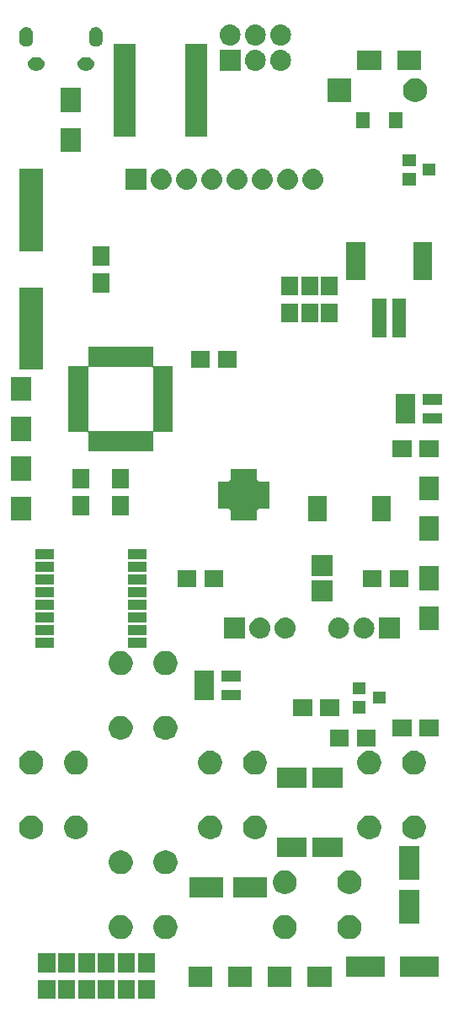
<source format=gbr>
G04 #@! TF.GenerationSoftware,KiCad,Pcbnew,5.0.1*
G04 #@! TF.CreationDate,2018-10-22T16:16:30+01:00*
G04 #@! TF.ProjectId,quiz-sch,7175697A2D7363682E6B696361645F70,rev?*
G04 #@! TF.SameCoordinates,Original*
G04 #@! TF.FileFunction,Soldermask,Bot*
G04 #@! TF.FilePolarity,Negative*
%FSLAX46Y46*%
G04 Gerber Fmt 4.6, Leading zero omitted, Abs format (unit mm)*
G04 Created by KiCad (PCBNEW 5.0.1) date Mon 22 Oct 2018 16:16:30 BST*
%MOMM*%
%LPD*%
G01*
G04 APERTURE LIST*
%ADD10C,0.100000*%
G04 APERTURE END LIST*
D10*
G36*
X61414157Y-149240652D02*
X59714157Y-149240652D01*
X59714157Y-147340652D01*
X61414157Y-147340652D01*
X61414157Y-149240652D01*
X61414157Y-149240652D01*
G37*
G36*
X63414157Y-149240652D02*
X61714157Y-149240652D01*
X61714157Y-147340652D01*
X63414157Y-147340652D01*
X63414157Y-149240652D01*
X63414157Y-149240652D01*
G37*
G36*
X65414157Y-149240652D02*
X63714157Y-149240652D01*
X63714157Y-147340652D01*
X65414157Y-147340652D01*
X65414157Y-149240652D01*
X65414157Y-149240652D01*
G37*
G36*
X55414157Y-149240652D02*
X53714157Y-149240652D01*
X53714157Y-147340652D01*
X55414157Y-147340652D01*
X55414157Y-149240652D01*
X55414157Y-149240652D01*
G37*
G36*
X59414157Y-149240652D02*
X57714157Y-149240652D01*
X57714157Y-147340652D01*
X59414157Y-147340652D01*
X59414157Y-149240652D01*
X59414157Y-149240652D01*
G37*
G36*
X57414157Y-149240652D02*
X55714157Y-149240652D01*
X55714157Y-147340652D01*
X57414157Y-147340652D01*
X57414157Y-149240652D01*
X57414157Y-149240652D01*
G37*
G36*
X79200000Y-148000000D02*
X76800000Y-148000000D01*
X76800000Y-146000000D01*
X79200000Y-146000000D01*
X79200000Y-148000000D01*
X79200000Y-148000000D01*
G37*
G36*
X71200000Y-148000000D02*
X68800000Y-148000000D01*
X68800000Y-146000000D01*
X71200000Y-146000000D01*
X71200000Y-148000000D01*
X71200000Y-148000000D01*
G37*
G36*
X75200000Y-148000000D02*
X72800000Y-148000000D01*
X72800000Y-146000000D01*
X75200000Y-146000000D01*
X75200000Y-148000000D01*
X75200000Y-148000000D01*
G37*
G36*
X83200000Y-148000000D02*
X80800000Y-148000000D01*
X80800000Y-146000000D01*
X83200000Y-146000000D01*
X83200000Y-148000000D01*
X83200000Y-148000000D01*
G37*
G36*
X88550000Y-147000000D02*
X84650000Y-147000000D01*
X84650000Y-145000000D01*
X88550000Y-145000000D01*
X88550000Y-147000000D01*
X88550000Y-147000000D01*
G37*
G36*
X93950000Y-147000000D02*
X90050000Y-147000000D01*
X90050000Y-145000000D01*
X93950000Y-145000000D01*
X93950000Y-147000000D01*
X93950000Y-147000000D01*
G37*
G36*
X59414157Y-146540652D02*
X57714157Y-146540652D01*
X57714157Y-144640652D01*
X59414157Y-144640652D01*
X59414157Y-146540652D01*
X59414157Y-146540652D01*
G37*
G36*
X61414157Y-146540652D02*
X59714157Y-146540652D01*
X59714157Y-144640652D01*
X61414157Y-144640652D01*
X61414157Y-146540652D01*
X61414157Y-146540652D01*
G37*
G36*
X63414157Y-146540652D02*
X61714157Y-146540652D01*
X61714157Y-144640652D01*
X63414157Y-144640652D01*
X63414157Y-146540652D01*
X63414157Y-146540652D01*
G37*
G36*
X65414157Y-146540652D02*
X63714157Y-146540652D01*
X63714157Y-144640652D01*
X65414157Y-144640652D01*
X65414157Y-146540652D01*
X65414157Y-146540652D01*
G37*
G36*
X57414157Y-146540652D02*
X55714157Y-146540652D01*
X55714157Y-144640652D01*
X57414157Y-144640652D01*
X57414157Y-146540652D01*
X57414157Y-146540652D01*
G37*
G36*
X55414157Y-146540652D02*
X53714157Y-146540652D01*
X53714157Y-144640652D01*
X55414157Y-144640652D01*
X55414157Y-146540652D01*
X55414157Y-146540652D01*
G37*
G36*
X78850026Y-140846115D02*
X79068412Y-140936573D01*
X79264958Y-141067901D01*
X79432099Y-141235042D01*
X79563427Y-141431588D01*
X79653885Y-141649974D01*
X79700000Y-141881809D01*
X79700000Y-142118191D01*
X79653885Y-142350026D01*
X79563427Y-142568412D01*
X79432099Y-142764958D01*
X79264958Y-142932099D01*
X79068412Y-143063427D01*
X78850026Y-143153885D01*
X78618191Y-143200000D01*
X78381809Y-143200000D01*
X78149974Y-143153885D01*
X77931588Y-143063427D01*
X77735042Y-142932099D01*
X77567901Y-142764958D01*
X77436573Y-142568412D01*
X77346115Y-142350026D01*
X77300000Y-142118191D01*
X77300000Y-141881809D01*
X77346115Y-141649974D01*
X77436573Y-141431588D01*
X77567901Y-141235042D01*
X77735042Y-141067901D01*
X77931588Y-140936573D01*
X78149974Y-140846115D01*
X78381809Y-140800000D01*
X78618191Y-140800000D01*
X78850026Y-140846115D01*
X78850026Y-140846115D01*
G37*
G36*
X85350026Y-140846115D02*
X85568412Y-140936573D01*
X85764958Y-141067901D01*
X85932099Y-141235042D01*
X86063427Y-141431588D01*
X86153885Y-141649974D01*
X86200000Y-141881809D01*
X86200000Y-142118191D01*
X86153885Y-142350026D01*
X86063427Y-142568412D01*
X85932099Y-142764958D01*
X85764958Y-142932099D01*
X85568412Y-143063427D01*
X85350026Y-143153885D01*
X85118191Y-143200000D01*
X84881809Y-143200000D01*
X84649974Y-143153885D01*
X84431588Y-143063427D01*
X84235042Y-142932099D01*
X84067901Y-142764958D01*
X83936573Y-142568412D01*
X83846115Y-142350026D01*
X83800000Y-142118191D01*
X83800000Y-141881809D01*
X83846115Y-141649974D01*
X83936573Y-141431588D01*
X84067901Y-141235042D01*
X84235042Y-141067901D01*
X84431588Y-140936573D01*
X84649974Y-140846115D01*
X84881809Y-140800000D01*
X85118191Y-140800000D01*
X85350026Y-140846115D01*
X85350026Y-140846115D01*
G37*
G36*
X62350026Y-140846115D02*
X62568412Y-140936573D01*
X62764958Y-141067901D01*
X62932099Y-141235042D01*
X63063427Y-141431588D01*
X63153885Y-141649974D01*
X63200000Y-141881809D01*
X63200000Y-142118191D01*
X63153885Y-142350026D01*
X63063427Y-142568412D01*
X62932099Y-142764958D01*
X62764958Y-142932099D01*
X62568412Y-143063427D01*
X62350026Y-143153885D01*
X62118191Y-143200000D01*
X61881809Y-143200000D01*
X61649974Y-143153885D01*
X61431588Y-143063427D01*
X61235042Y-142932099D01*
X61067901Y-142764958D01*
X60936573Y-142568412D01*
X60846115Y-142350026D01*
X60800000Y-142118191D01*
X60800000Y-141881809D01*
X60846115Y-141649974D01*
X60936573Y-141431588D01*
X61067901Y-141235042D01*
X61235042Y-141067901D01*
X61431588Y-140936573D01*
X61649974Y-140846115D01*
X61881809Y-140800000D01*
X62118191Y-140800000D01*
X62350026Y-140846115D01*
X62350026Y-140846115D01*
G37*
G36*
X66850026Y-140846115D02*
X67068412Y-140936573D01*
X67264958Y-141067901D01*
X67432099Y-141235042D01*
X67563427Y-141431588D01*
X67653885Y-141649974D01*
X67700000Y-141881809D01*
X67700000Y-142118191D01*
X67653885Y-142350026D01*
X67563427Y-142568412D01*
X67432099Y-142764958D01*
X67264958Y-142932099D01*
X67068412Y-143063427D01*
X66850026Y-143153885D01*
X66618191Y-143200000D01*
X66381809Y-143200000D01*
X66149974Y-143153885D01*
X65931588Y-143063427D01*
X65735042Y-142932099D01*
X65567901Y-142764958D01*
X65436573Y-142568412D01*
X65346115Y-142350026D01*
X65300000Y-142118191D01*
X65300000Y-141881809D01*
X65346115Y-141649974D01*
X65436573Y-141431588D01*
X65567901Y-141235042D01*
X65735042Y-141067901D01*
X65931588Y-140936573D01*
X66149974Y-140846115D01*
X66381809Y-140800000D01*
X66618191Y-140800000D01*
X66850026Y-140846115D01*
X66850026Y-140846115D01*
G37*
G36*
X92000000Y-141700000D02*
X90000000Y-141700000D01*
X90000000Y-138300000D01*
X92000000Y-138300000D01*
X92000000Y-141700000D01*
X92000000Y-141700000D01*
G37*
G36*
X76700000Y-139000000D02*
X73300000Y-139000000D01*
X73300000Y-137000000D01*
X76700000Y-137000000D01*
X76700000Y-139000000D01*
X76700000Y-139000000D01*
G37*
G36*
X72300000Y-139000000D02*
X68900000Y-139000000D01*
X68900000Y-137000000D01*
X72300000Y-137000000D01*
X72300000Y-139000000D01*
X72300000Y-139000000D01*
G37*
G36*
X85350026Y-136346115D02*
X85568412Y-136436573D01*
X85764958Y-136567901D01*
X85932099Y-136735042D01*
X86063427Y-136931588D01*
X86153885Y-137149974D01*
X86200000Y-137381809D01*
X86200000Y-137618191D01*
X86153885Y-137850026D01*
X86063427Y-138068412D01*
X85932099Y-138264958D01*
X85764958Y-138432099D01*
X85568412Y-138563427D01*
X85350026Y-138653885D01*
X85118191Y-138700000D01*
X84881809Y-138700000D01*
X84649974Y-138653885D01*
X84431588Y-138563427D01*
X84235042Y-138432099D01*
X84067901Y-138264958D01*
X83936573Y-138068412D01*
X83846115Y-137850026D01*
X83800000Y-137618191D01*
X83800000Y-137381809D01*
X83846115Y-137149974D01*
X83936573Y-136931588D01*
X84067901Y-136735042D01*
X84235042Y-136567901D01*
X84431588Y-136436573D01*
X84649974Y-136346115D01*
X84881809Y-136300000D01*
X85118191Y-136300000D01*
X85350026Y-136346115D01*
X85350026Y-136346115D01*
G37*
G36*
X78850026Y-136346115D02*
X79068412Y-136436573D01*
X79264958Y-136567901D01*
X79432099Y-136735042D01*
X79563427Y-136931588D01*
X79653885Y-137149974D01*
X79700000Y-137381809D01*
X79700000Y-137618191D01*
X79653885Y-137850026D01*
X79563427Y-138068412D01*
X79432099Y-138264958D01*
X79264958Y-138432099D01*
X79068412Y-138563427D01*
X78850026Y-138653885D01*
X78618191Y-138700000D01*
X78381809Y-138700000D01*
X78149974Y-138653885D01*
X77931588Y-138563427D01*
X77735042Y-138432099D01*
X77567901Y-138264958D01*
X77436573Y-138068412D01*
X77346115Y-137850026D01*
X77300000Y-137618191D01*
X77300000Y-137381809D01*
X77346115Y-137149974D01*
X77436573Y-136931588D01*
X77567901Y-136735042D01*
X77735042Y-136567901D01*
X77931588Y-136436573D01*
X78149974Y-136346115D01*
X78381809Y-136300000D01*
X78618191Y-136300000D01*
X78850026Y-136346115D01*
X78850026Y-136346115D01*
G37*
G36*
X92000000Y-137300000D02*
X90000000Y-137300000D01*
X90000000Y-133900000D01*
X92000000Y-133900000D01*
X92000000Y-137300000D01*
X92000000Y-137300000D01*
G37*
G36*
X66850026Y-134346115D02*
X67068412Y-134436573D01*
X67264958Y-134567901D01*
X67432099Y-134735042D01*
X67563427Y-134931588D01*
X67653885Y-135149974D01*
X67700000Y-135381809D01*
X67700000Y-135618191D01*
X67653885Y-135850026D01*
X67563427Y-136068412D01*
X67432099Y-136264958D01*
X67264958Y-136432099D01*
X67068412Y-136563427D01*
X66850026Y-136653885D01*
X66618191Y-136700000D01*
X66381809Y-136700000D01*
X66149974Y-136653885D01*
X65931588Y-136563427D01*
X65735042Y-136432099D01*
X65567901Y-136264958D01*
X65436573Y-136068412D01*
X65346115Y-135850026D01*
X65300000Y-135618191D01*
X65300000Y-135381809D01*
X65346115Y-135149974D01*
X65436573Y-134931588D01*
X65567901Y-134735042D01*
X65735042Y-134567901D01*
X65931588Y-134436573D01*
X66149974Y-134346115D01*
X66381809Y-134300000D01*
X66618191Y-134300000D01*
X66850026Y-134346115D01*
X66850026Y-134346115D01*
G37*
G36*
X62350026Y-134346115D02*
X62568412Y-134436573D01*
X62764958Y-134567901D01*
X62932099Y-134735042D01*
X63063427Y-134931588D01*
X63153885Y-135149974D01*
X63200000Y-135381809D01*
X63200000Y-135618191D01*
X63153885Y-135850026D01*
X63063427Y-136068412D01*
X62932099Y-136264958D01*
X62764958Y-136432099D01*
X62568412Y-136563427D01*
X62350026Y-136653885D01*
X62118191Y-136700000D01*
X61881809Y-136700000D01*
X61649974Y-136653885D01*
X61431588Y-136563427D01*
X61235042Y-136432099D01*
X61067901Y-136264958D01*
X60936573Y-136068412D01*
X60846115Y-135850026D01*
X60800000Y-135618191D01*
X60800000Y-135381809D01*
X60846115Y-135149974D01*
X60936573Y-134931588D01*
X61067901Y-134735042D01*
X61235042Y-134567901D01*
X61431588Y-134436573D01*
X61649974Y-134346115D01*
X61881809Y-134300000D01*
X62118191Y-134300000D01*
X62350026Y-134346115D01*
X62350026Y-134346115D01*
G37*
G36*
X84300000Y-135000000D02*
X81300000Y-135000000D01*
X81300000Y-133000000D01*
X84300000Y-133000000D01*
X84300000Y-135000000D01*
X84300000Y-135000000D01*
G37*
G36*
X80700000Y-135000000D02*
X77700000Y-135000000D01*
X77700000Y-133000000D01*
X80700000Y-133000000D01*
X80700000Y-135000000D01*
X80700000Y-135000000D01*
G37*
G36*
X53350026Y-130846115D02*
X53568412Y-130936573D01*
X53764958Y-131067901D01*
X53932099Y-131235042D01*
X54063427Y-131431588D01*
X54153885Y-131649974D01*
X54200000Y-131881809D01*
X54200000Y-132118191D01*
X54153885Y-132350026D01*
X54063427Y-132568412D01*
X53932099Y-132764958D01*
X53764958Y-132932099D01*
X53568412Y-133063427D01*
X53350026Y-133153885D01*
X53118191Y-133200000D01*
X52881809Y-133200000D01*
X52649974Y-133153885D01*
X52431588Y-133063427D01*
X52235042Y-132932099D01*
X52067901Y-132764958D01*
X51936573Y-132568412D01*
X51846115Y-132350026D01*
X51800000Y-132118191D01*
X51800000Y-131881809D01*
X51846115Y-131649974D01*
X51936573Y-131431588D01*
X52067901Y-131235042D01*
X52235042Y-131067901D01*
X52431588Y-130936573D01*
X52649974Y-130846115D01*
X52881809Y-130800000D01*
X53118191Y-130800000D01*
X53350026Y-130846115D01*
X53350026Y-130846115D01*
G37*
G36*
X75850026Y-130846115D02*
X76068412Y-130936573D01*
X76264958Y-131067901D01*
X76432099Y-131235042D01*
X76563427Y-131431588D01*
X76653885Y-131649974D01*
X76700000Y-131881809D01*
X76700000Y-132118191D01*
X76653885Y-132350026D01*
X76563427Y-132568412D01*
X76432099Y-132764958D01*
X76264958Y-132932099D01*
X76068412Y-133063427D01*
X75850026Y-133153885D01*
X75618191Y-133200000D01*
X75381809Y-133200000D01*
X75149974Y-133153885D01*
X74931588Y-133063427D01*
X74735042Y-132932099D01*
X74567901Y-132764958D01*
X74436573Y-132568412D01*
X74346115Y-132350026D01*
X74300000Y-132118191D01*
X74300000Y-131881809D01*
X74346115Y-131649974D01*
X74436573Y-131431588D01*
X74567901Y-131235042D01*
X74735042Y-131067901D01*
X74931588Y-130936573D01*
X75149974Y-130846115D01*
X75381809Y-130800000D01*
X75618191Y-130800000D01*
X75850026Y-130846115D01*
X75850026Y-130846115D01*
G37*
G36*
X87350026Y-130846115D02*
X87568412Y-130936573D01*
X87764958Y-131067901D01*
X87932099Y-131235042D01*
X88063427Y-131431588D01*
X88153885Y-131649974D01*
X88200000Y-131881809D01*
X88200000Y-132118191D01*
X88153885Y-132350026D01*
X88063427Y-132568412D01*
X87932099Y-132764958D01*
X87764958Y-132932099D01*
X87568412Y-133063427D01*
X87350026Y-133153885D01*
X87118191Y-133200000D01*
X86881809Y-133200000D01*
X86649974Y-133153885D01*
X86431588Y-133063427D01*
X86235042Y-132932099D01*
X86067901Y-132764958D01*
X85936573Y-132568412D01*
X85846115Y-132350026D01*
X85800000Y-132118191D01*
X85800000Y-131881809D01*
X85846115Y-131649974D01*
X85936573Y-131431588D01*
X86067901Y-131235042D01*
X86235042Y-131067901D01*
X86431588Y-130936573D01*
X86649974Y-130846115D01*
X86881809Y-130800000D01*
X87118191Y-130800000D01*
X87350026Y-130846115D01*
X87350026Y-130846115D01*
G37*
G36*
X71350026Y-130846115D02*
X71568412Y-130936573D01*
X71764958Y-131067901D01*
X71932099Y-131235042D01*
X72063427Y-131431588D01*
X72153885Y-131649974D01*
X72200000Y-131881809D01*
X72200000Y-132118191D01*
X72153885Y-132350026D01*
X72063427Y-132568412D01*
X71932099Y-132764958D01*
X71764958Y-132932099D01*
X71568412Y-133063427D01*
X71350026Y-133153885D01*
X71118191Y-133200000D01*
X70881809Y-133200000D01*
X70649974Y-133153885D01*
X70431588Y-133063427D01*
X70235042Y-132932099D01*
X70067901Y-132764958D01*
X69936573Y-132568412D01*
X69846115Y-132350026D01*
X69800000Y-132118191D01*
X69800000Y-131881809D01*
X69846115Y-131649974D01*
X69936573Y-131431588D01*
X70067901Y-131235042D01*
X70235042Y-131067901D01*
X70431588Y-130936573D01*
X70649974Y-130846115D01*
X70881809Y-130800000D01*
X71118191Y-130800000D01*
X71350026Y-130846115D01*
X71350026Y-130846115D01*
G37*
G36*
X57850026Y-130846115D02*
X58068412Y-130936573D01*
X58264958Y-131067901D01*
X58432099Y-131235042D01*
X58563427Y-131431588D01*
X58653885Y-131649974D01*
X58700000Y-131881809D01*
X58700000Y-132118191D01*
X58653885Y-132350026D01*
X58563427Y-132568412D01*
X58432099Y-132764958D01*
X58264958Y-132932099D01*
X58068412Y-133063427D01*
X57850026Y-133153885D01*
X57618191Y-133200000D01*
X57381809Y-133200000D01*
X57149974Y-133153885D01*
X56931588Y-133063427D01*
X56735042Y-132932099D01*
X56567901Y-132764958D01*
X56436573Y-132568412D01*
X56346115Y-132350026D01*
X56300000Y-132118191D01*
X56300000Y-131881809D01*
X56346115Y-131649974D01*
X56436573Y-131431588D01*
X56567901Y-131235042D01*
X56735042Y-131067901D01*
X56931588Y-130936573D01*
X57149974Y-130846115D01*
X57381809Y-130800000D01*
X57618191Y-130800000D01*
X57850026Y-130846115D01*
X57850026Y-130846115D01*
G37*
G36*
X91850026Y-130846115D02*
X92068412Y-130936573D01*
X92264958Y-131067901D01*
X92432099Y-131235042D01*
X92563427Y-131431588D01*
X92653885Y-131649974D01*
X92700000Y-131881809D01*
X92700000Y-132118191D01*
X92653885Y-132350026D01*
X92563427Y-132568412D01*
X92432099Y-132764958D01*
X92264958Y-132932099D01*
X92068412Y-133063427D01*
X91850026Y-133153885D01*
X91618191Y-133200000D01*
X91381809Y-133200000D01*
X91149974Y-133153885D01*
X90931588Y-133063427D01*
X90735042Y-132932099D01*
X90567901Y-132764958D01*
X90436573Y-132568412D01*
X90346115Y-132350026D01*
X90300000Y-132118191D01*
X90300000Y-131881809D01*
X90346115Y-131649974D01*
X90436573Y-131431588D01*
X90567901Y-131235042D01*
X90735042Y-131067901D01*
X90931588Y-130936573D01*
X91149974Y-130846115D01*
X91381809Y-130800000D01*
X91618191Y-130800000D01*
X91850026Y-130846115D01*
X91850026Y-130846115D01*
G37*
G36*
X84300000Y-128000000D02*
X81300000Y-128000000D01*
X81300000Y-126000000D01*
X84300000Y-126000000D01*
X84300000Y-128000000D01*
X84300000Y-128000000D01*
G37*
G36*
X80700000Y-128000000D02*
X77700000Y-128000000D01*
X77700000Y-126000000D01*
X80700000Y-126000000D01*
X80700000Y-128000000D01*
X80700000Y-128000000D01*
G37*
G36*
X53350026Y-124346115D02*
X53568412Y-124436573D01*
X53764958Y-124567901D01*
X53932099Y-124735042D01*
X54063427Y-124931588D01*
X54153885Y-125149974D01*
X54200000Y-125381809D01*
X54200000Y-125618191D01*
X54153885Y-125850026D01*
X54063427Y-126068412D01*
X53932099Y-126264958D01*
X53764958Y-126432099D01*
X53568412Y-126563427D01*
X53350026Y-126653885D01*
X53118191Y-126700000D01*
X52881809Y-126700000D01*
X52649974Y-126653885D01*
X52431588Y-126563427D01*
X52235042Y-126432099D01*
X52067901Y-126264958D01*
X51936573Y-126068412D01*
X51846115Y-125850026D01*
X51800000Y-125618191D01*
X51800000Y-125381809D01*
X51846115Y-125149974D01*
X51936573Y-124931588D01*
X52067901Y-124735042D01*
X52235042Y-124567901D01*
X52431588Y-124436573D01*
X52649974Y-124346115D01*
X52881809Y-124300000D01*
X53118191Y-124300000D01*
X53350026Y-124346115D01*
X53350026Y-124346115D01*
G37*
G36*
X91850026Y-124346115D02*
X92068412Y-124436573D01*
X92264958Y-124567901D01*
X92432099Y-124735042D01*
X92563427Y-124931588D01*
X92653885Y-125149974D01*
X92700000Y-125381809D01*
X92700000Y-125618191D01*
X92653885Y-125850026D01*
X92563427Y-126068412D01*
X92432099Y-126264958D01*
X92264958Y-126432099D01*
X92068412Y-126563427D01*
X91850026Y-126653885D01*
X91618191Y-126700000D01*
X91381809Y-126700000D01*
X91149974Y-126653885D01*
X90931588Y-126563427D01*
X90735042Y-126432099D01*
X90567901Y-126264958D01*
X90436573Y-126068412D01*
X90346115Y-125850026D01*
X90300000Y-125618191D01*
X90300000Y-125381809D01*
X90346115Y-125149974D01*
X90436573Y-124931588D01*
X90567901Y-124735042D01*
X90735042Y-124567901D01*
X90931588Y-124436573D01*
X91149974Y-124346115D01*
X91381809Y-124300000D01*
X91618191Y-124300000D01*
X91850026Y-124346115D01*
X91850026Y-124346115D01*
G37*
G36*
X71350026Y-124346115D02*
X71568412Y-124436573D01*
X71764958Y-124567901D01*
X71932099Y-124735042D01*
X72063427Y-124931588D01*
X72153885Y-125149974D01*
X72200000Y-125381809D01*
X72200000Y-125618191D01*
X72153885Y-125850026D01*
X72063427Y-126068412D01*
X71932099Y-126264958D01*
X71764958Y-126432099D01*
X71568412Y-126563427D01*
X71350026Y-126653885D01*
X71118191Y-126700000D01*
X70881809Y-126700000D01*
X70649974Y-126653885D01*
X70431588Y-126563427D01*
X70235042Y-126432099D01*
X70067901Y-126264958D01*
X69936573Y-126068412D01*
X69846115Y-125850026D01*
X69800000Y-125618191D01*
X69800000Y-125381809D01*
X69846115Y-125149974D01*
X69936573Y-124931588D01*
X70067901Y-124735042D01*
X70235042Y-124567901D01*
X70431588Y-124436573D01*
X70649974Y-124346115D01*
X70881809Y-124300000D01*
X71118191Y-124300000D01*
X71350026Y-124346115D01*
X71350026Y-124346115D01*
G37*
G36*
X87350026Y-124346115D02*
X87568412Y-124436573D01*
X87764958Y-124567901D01*
X87932099Y-124735042D01*
X88063427Y-124931588D01*
X88153885Y-125149974D01*
X88200000Y-125381809D01*
X88200000Y-125618191D01*
X88153885Y-125850026D01*
X88063427Y-126068412D01*
X87932099Y-126264958D01*
X87764958Y-126432099D01*
X87568412Y-126563427D01*
X87350026Y-126653885D01*
X87118191Y-126700000D01*
X86881809Y-126700000D01*
X86649974Y-126653885D01*
X86431588Y-126563427D01*
X86235042Y-126432099D01*
X86067901Y-126264958D01*
X85936573Y-126068412D01*
X85846115Y-125850026D01*
X85800000Y-125618191D01*
X85800000Y-125381809D01*
X85846115Y-125149974D01*
X85936573Y-124931588D01*
X86067901Y-124735042D01*
X86235042Y-124567901D01*
X86431588Y-124436573D01*
X86649974Y-124346115D01*
X86881809Y-124300000D01*
X87118191Y-124300000D01*
X87350026Y-124346115D01*
X87350026Y-124346115D01*
G37*
G36*
X75850026Y-124346115D02*
X76068412Y-124436573D01*
X76264958Y-124567901D01*
X76432099Y-124735042D01*
X76563427Y-124931588D01*
X76653885Y-125149974D01*
X76700000Y-125381809D01*
X76700000Y-125618191D01*
X76653885Y-125850026D01*
X76563427Y-126068412D01*
X76432099Y-126264958D01*
X76264958Y-126432099D01*
X76068412Y-126563427D01*
X75850026Y-126653885D01*
X75618191Y-126700000D01*
X75381809Y-126700000D01*
X75149974Y-126653885D01*
X74931588Y-126563427D01*
X74735042Y-126432099D01*
X74567901Y-126264958D01*
X74436573Y-126068412D01*
X74346115Y-125850026D01*
X74300000Y-125618191D01*
X74300000Y-125381809D01*
X74346115Y-125149974D01*
X74436573Y-124931588D01*
X74567901Y-124735042D01*
X74735042Y-124567901D01*
X74931588Y-124436573D01*
X75149974Y-124346115D01*
X75381809Y-124300000D01*
X75618191Y-124300000D01*
X75850026Y-124346115D01*
X75850026Y-124346115D01*
G37*
G36*
X57850026Y-124346115D02*
X58068412Y-124436573D01*
X58264958Y-124567901D01*
X58432099Y-124735042D01*
X58563427Y-124931588D01*
X58653885Y-125149974D01*
X58700000Y-125381809D01*
X58700000Y-125618191D01*
X58653885Y-125850026D01*
X58563427Y-126068412D01*
X58432099Y-126264958D01*
X58264958Y-126432099D01*
X58068412Y-126563427D01*
X57850026Y-126653885D01*
X57618191Y-126700000D01*
X57381809Y-126700000D01*
X57149974Y-126653885D01*
X56931588Y-126563427D01*
X56735042Y-126432099D01*
X56567901Y-126264958D01*
X56436573Y-126068412D01*
X56346115Y-125850026D01*
X56300000Y-125618191D01*
X56300000Y-125381809D01*
X56346115Y-125149974D01*
X56436573Y-124931588D01*
X56567901Y-124735042D01*
X56735042Y-124567901D01*
X56931588Y-124436573D01*
X57149974Y-124346115D01*
X57381809Y-124300000D01*
X57618191Y-124300000D01*
X57850026Y-124346115D01*
X57850026Y-124346115D01*
G37*
G36*
X84950000Y-123850000D02*
X83050000Y-123850000D01*
X83050000Y-122150000D01*
X84950000Y-122150000D01*
X84950000Y-123850000D01*
X84950000Y-123850000D01*
G37*
G36*
X87650000Y-123850000D02*
X85750000Y-123850000D01*
X85750000Y-122150000D01*
X87650000Y-122150000D01*
X87650000Y-123850000D01*
X87650000Y-123850000D01*
G37*
G36*
X62350026Y-120846115D02*
X62568412Y-120936573D01*
X62764958Y-121067901D01*
X62932099Y-121235042D01*
X63063427Y-121431588D01*
X63153885Y-121649974D01*
X63200000Y-121881809D01*
X63200000Y-122118191D01*
X63153885Y-122350026D01*
X63063427Y-122568412D01*
X62932099Y-122764958D01*
X62764958Y-122932099D01*
X62568412Y-123063427D01*
X62350026Y-123153885D01*
X62118191Y-123200000D01*
X61881809Y-123200000D01*
X61649974Y-123153885D01*
X61431588Y-123063427D01*
X61235042Y-122932099D01*
X61067901Y-122764958D01*
X60936573Y-122568412D01*
X60846115Y-122350026D01*
X60800000Y-122118191D01*
X60800000Y-121881809D01*
X60846115Y-121649974D01*
X60936573Y-121431588D01*
X61067901Y-121235042D01*
X61235042Y-121067901D01*
X61431588Y-120936573D01*
X61649974Y-120846115D01*
X61881809Y-120800000D01*
X62118191Y-120800000D01*
X62350026Y-120846115D01*
X62350026Y-120846115D01*
G37*
G36*
X66850026Y-120846115D02*
X67068412Y-120936573D01*
X67264958Y-121067901D01*
X67432099Y-121235042D01*
X67563427Y-121431588D01*
X67653885Y-121649974D01*
X67700000Y-121881809D01*
X67700000Y-122118191D01*
X67653885Y-122350026D01*
X67563427Y-122568412D01*
X67432099Y-122764958D01*
X67264958Y-122932099D01*
X67068412Y-123063427D01*
X66850026Y-123153885D01*
X66618191Y-123200000D01*
X66381809Y-123200000D01*
X66149974Y-123153885D01*
X65931588Y-123063427D01*
X65735042Y-122932099D01*
X65567901Y-122764958D01*
X65436573Y-122568412D01*
X65346115Y-122350026D01*
X65300000Y-122118191D01*
X65300000Y-121881809D01*
X65346115Y-121649974D01*
X65436573Y-121431588D01*
X65567901Y-121235042D01*
X65735042Y-121067901D01*
X65931588Y-120936573D01*
X66149974Y-120846115D01*
X66381809Y-120800000D01*
X66618191Y-120800000D01*
X66850026Y-120846115D01*
X66850026Y-120846115D01*
G37*
G36*
X91250000Y-122850000D02*
X89350000Y-122850000D01*
X89350000Y-121150000D01*
X91250000Y-121150000D01*
X91250000Y-122850000D01*
X91250000Y-122850000D01*
G37*
G36*
X93950000Y-122850000D02*
X92050000Y-122850000D01*
X92050000Y-121150000D01*
X93950000Y-121150000D01*
X93950000Y-122850000D01*
X93950000Y-122850000D01*
G37*
G36*
X81250000Y-120850000D02*
X79350000Y-120850000D01*
X79350000Y-119150000D01*
X81250000Y-119150000D01*
X81250000Y-120850000D01*
X81250000Y-120850000D01*
G37*
G36*
X83950000Y-120850000D02*
X82050000Y-120850000D01*
X82050000Y-119150000D01*
X83950000Y-119150000D01*
X83950000Y-120850000D01*
X83950000Y-120850000D01*
G37*
G36*
X86650000Y-120550000D02*
X85350000Y-120550000D01*
X85350000Y-119350000D01*
X86650000Y-119350000D01*
X86650000Y-120550000D01*
X86650000Y-120550000D01*
G37*
G36*
X88650000Y-119600000D02*
X87350000Y-119600000D01*
X87350000Y-118400000D01*
X88650000Y-118400000D01*
X88650000Y-119600000D01*
X88650000Y-119600000D01*
G37*
G36*
X71380000Y-119225000D02*
X69420000Y-119225000D01*
X69420000Y-116275000D01*
X71380000Y-116275000D01*
X71380000Y-119225000D01*
X71380000Y-119225000D01*
G37*
G36*
X74080000Y-119225000D02*
X72120000Y-119225000D01*
X72120000Y-118175000D01*
X74080000Y-118175000D01*
X74080000Y-119225000D01*
X74080000Y-119225000D01*
G37*
G36*
X86650000Y-118650000D02*
X85350000Y-118650000D01*
X85350000Y-117450000D01*
X86650000Y-117450000D01*
X86650000Y-118650000D01*
X86650000Y-118650000D01*
G37*
G36*
X74080000Y-117325000D02*
X72120000Y-117325000D01*
X72120000Y-116275000D01*
X74080000Y-116275000D01*
X74080000Y-117325000D01*
X74080000Y-117325000D01*
G37*
G36*
X62350026Y-114346115D02*
X62568412Y-114436573D01*
X62764958Y-114567901D01*
X62932099Y-114735042D01*
X63063427Y-114931588D01*
X63153885Y-115149974D01*
X63200000Y-115381809D01*
X63200000Y-115618191D01*
X63153885Y-115850026D01*
X63063427Y-116068412D01*
X62932099Y-116264958D01*
X62764958Y-116432099D01*
X62568412Y-116563427D01*
X62350026Y-116653885D01*
X62118191Y-116700000D01*
X61881809Y-116700000D01*
X61649974Y-116653885D01*
X61431588Y-116563427D01*
X61235042Y-116432099D01*
X61067901Y-116264958D01*
X60936573Y-116068412D01*
X60846115Y-115850026D01*
X60800000Y-115618191D01*
X60800000Y-115381809D01*
X60846115Y-115149974D01*
X60936573Y-114931588D01*
X61067901Y-114735042D01*
X61235042Y-114567901D01*
X61431588Y-114436573D01*
X61649974Y-114346115D01*
X61881809Y-114300000D01*
X62118191Y-114300000D01*
X62350026Y-114346115D01*
X62350026Y-114346115D01*
G37*
G36*
X66850026Y-114346115D02*
X67068412Y-114436573D01*
X67264958Y-114567901D01*
X67432099Y-114735042D01*
X67563427Y-114931588D01*
X67653885Y-115149974D01*
X67700000Y-115381809D01*
X67700000Y-115618191D01*
X67653885Y-115850026D01*
X67563427Y-116068412D01*
X67432099Y-116264958D01*
X67264958Y-116432099D01*
X67068412Y-116563427D01*
X66850026Y-116653885D01*
X66618191Y-116700000D01*
X66381809Y-116700000D01*
X66149974Y-116653885D01*
X65931588Y-116563427D01*
X65735042Y-116432099D01*
X65567901Y-116264958D01*
X65436573Y-116068412D01*
X65346115Y-115850026D01*
X65300000Y-115618191D01*
X65300000Y-115381809D01*
X65346115Y-115149974D01*
X65436573Y-114931588D01*
X65567901Y-114735042D01*
X65735042Y-114567901D01*
X65931588Y-114436573D01*
X66149974Y-114346115D01*
X66381809Y-114300000D01*
X66618191Y-114300000D01*
X66850026Y-114346115D01*
X66850026Y-114346115D01*
G37*
G36*
X64600000Y-113945000D02*
X62700000Y-113945000D01*
X62700000Y-112945000D01*
X64600000Y-112945000D01*
X64600000Y-113945000D01*
X64600000Y-113945000D01*
G37*
G36*
X55300000Y-113945000D02*
X53400000Y-113945000D01*
X53400000Y-112945000D01*
X55300000Y-112945000D01*
X55300000Y-113945000D01*
X55300000Y-113945000D01*
G37*
G36*
X74510000Y-113050000D02*
X72410000Y-113050000D01*
X72410000Y-110950000D01*
X74510000Y-110950000D01*
X74510000Y-113050000D01*
X74510000Y-113050000D01*
G37*
G36*
X76128707Y-110957597D02*
X76205836Y-110965193D01*
X76337787Y-111005220D01*
X76403763Y-111025233D01*
X76586172Y-111122733D01*
X76746054Y-111253946D01*
X76877267Y-111413828D01*
X76974767Y-111596237D01*
X76974767Y-111596238D01*
X77034807Y-111794164D01*
X77055080Y-112000000D01*
X77034807Y-112205836D01*
X76994780Y-112337787D01*
X76974767Y-112403763D01*
X76877267Y-112586172D01*
X76746054Y-112746054D01*
X76586172Y-112877267D01*
X76403763Y-112974767D01*
X76337787Y-112994780D01*
X76205836Y-113034807D01*
X76128707Y-113042404D01*
X76051580Y-113050000D01*
X75948420Y-113050000D01*
X75871293Y-113042404D01*
X75794164Y-113034807D01*
X75662213Y-112994780D01*
X75596237Y-112974767D01*
X75413828Y-112877267D01*
X75253946Y-112746054D01*
X75122733Y-112586172D01*
X75025233Y-112403763D01*
X75005220Y-112337787D01*
X74965193Y-112205836D01*
X74944920Y-112000000D01*
X74965193Y-111794164D01*
X75025233Y-111596238D01*
X75025233Y-111596237D01*
X75122733Y-111413828D01*
X75253946Y-111253946D01*
X75413828Y-111122733D01*
X75596237Y-111025233D01*
X75662213Y-111005220D01*
X75794164Y-110965193D01*
X75871293Y-110957597D01*
X75948420Y-110950000D01*
X76051580Y-110950000D01*
X76128707Y-110957597D01*
X76128707Y-110957597D01*
G37*
G36*
X78668707Y-110957597D02*
X78745836Y-110965193D01*
X78877787Y-111005220D01*
X78943763Y-111025233D01*
X79126172Y-111122733D01*
X79286054Y-111253946D01*
X79417267Y-111413828D01*
X79514767Y-111596237D01*
X79514767Y-111596238D01*
X79574807Y-111794164D01*
X79595080Y-112000000D01*
X79574807Y-112205836D01*
X79534780Y-112337787D01*
X79514767Y-112403763D01*
X79417267Y-112586172D01*
X79286054Y-112746054D01*
X79126172Y-112877267D01*
X78943763Y-112974767D01*
X78877787Y-112994780D01*
X78745836Y-113034807D01*
X78668707Y-113042404D01*
X78591580Y-113050000D01*
X78488420Y-113050000D01*
X78411293Y-113042404D01*
X78334164Y-113034807D01*
X78202213Y-112994780D01*
X78136237Y-112974767D01*
X77953828Y-112877267D01*
X77793946Y-112746054D01*
X77662733Y-112586172D01*
X77565233Y-112403763D01*
X77545220Y-112337787D01*
X77505193Y-112205836D01*
X77484920Y-112000000D01*
X77505193Y-111794164D01*
X77565233Y-111596238D01*
X77565233Y-111596237D01*
X77662733Y-111413828D01*
X77793946Y-111253946D01*
X77953828Y-111122733D01*
X78136237Y-111025233D01*
X78202213Y-111005220D01*
X78334164Y-110965193D01*
X78411293Y-110957597D01*
X78488420Y-110950000D01*
X78591580Y-110950000D01*
X78668707Y-110957597D01*
X78668707Y-110957597D01*
G37*
G36*
X84048707Y-110957597D02*
X84125836Y-110965193D01*
X84257787Y-111005220D01*
X84323763Y-111025233D01*
X84506172Y-111122733D01*
X84666054Y-111253946D01*
X84797267Y-111413828D01*
X84894767Y-111596237D01*
X84894767Y-111596238D01*
X84954807Y-111794164D01*
X84975080Y-112000000D01*
X84954807Y-112205836D01*
X84914780Y-112337787D01*
X84894767Y-112403763D01*
X84797267Y-112586172D01*
X84666054Y-112746054D01*
X84506172Y-112877267D01*
X84323763Y-112974767D01*
X84257787Y-112994780D01*
X84125836Y-113034807D01*
X84048707Y-113042404D01*
X83971580Y-113050000D01*
X83868420Y-113050000D01*
X83791293Y-113042404D01*
X83714164Y-113034807D01*
X83582213Y-112994780D01*
X83516237Y-112974767D01*
X83333828Y-112877267D01*
X83173946Y-112746054D01*
X83042733Y-112586172D01*
X82945233Y-112403763D01*
X82925220Y-112337787D01*
X82885193Y-112205836D01*
X82864920Y-112000000D01*
X82885193Y-111794164D01*
X82945233Y-111596238D01*
X82945233Y-111596237D01*
X83042733Y-111413828D01*
X83173946Y-111253946D01*
X83333828Y-111122733D01*
X83516237Y-111025233D01*
X83582213Y-111005220D01*
X83714164Y-110965193D01*
X83791293Y-110957597D01*
X83868420Y-110950000D01*
X83971580Y-110950000D01*
X84048707Y-110957597D01*
X84048707Y-110957597D01*
G37*
G36*
X86588707Y-110957597D02*
X86665836Y-110965193D01*
X86797787Y-111005220D01*
X86863763Y-111025233D01*
X87046172Y-111122733D01*
X87206054Y-111253946D01*
X87337267Y-111413828D01*
X87434767Y-111596237D01*
X87434767Y-111596238D01*
X87494807Y-111794164D01*
X87515080Y-112000000D01*
X87494807Y-112205836D01*
X87454780Y-112337787D01*
X87434767Y-112403763D01*
X87337267Y-112586172D01*
X87206054Y-112746054D01*
X87046172Y-112877267D01*
X86863763Y-112974767D01*
X86797787Y-112994780D01*
X86665836Y-113034807D01*
X86588707Y-113042404D01*
X86511580Y-113050000D01*
X86408420Y-113050000D01*
X86331293Y-113042404D01*
X86254164Y-113034807D01*
X86122213Y-112994780D01*
X86056237Y-112974767D01*
X85873828Y-112877267D01*
X85713946Y-112746054D01*
X85582733Y-112586172D01*
X85485233Y-112403763D01*
X85465220Y-112337787D01*
X85425193Y-112205836D01*
X85404920Y-112000000D01*
X85425193Y-111794164D01*
X85485233Y-111596238D01*
X85485233Y-111596237D01*
X85582733Y-111413828D01*
X85713946Y-111253946D01*
X85873828Y-111122733D01*
X86056237Y-111025233D01*
X86122213Y-111005220D01*
X86254164Y-110965193D01*
X86331293Y-110957597D01*
X86408420Y-110950000D01*
X86511580Y-110950000D01*
X86588707Y-110957597D01*
X86588707Y-110957597D01*
G37*
G36*
X90050000Y-113050000D02*
X87950000Y-113050000D01*
X87950000Y-110950000D01*
X90050000Y-110950000D01*
X90050000Y-113050000D01*
X90050000Y-113050000D01*
G37*
G36*
X55300000Y-112675000D02*
X53400000Y-112675000D01*
X53400000Y-111675000D01*
X55300000Y-111675000D01*
X55300000Y-112675000D01*
X55300000Y-112675000D01*
G37*
G36*
X64600000Y-112675000D02*
X62700000Y-112675000D01*
X62700000Y-111675000D01*
X64600000Y-111675000D01*
X64600000Y-112675000D01*
X64600000Y-112675000D01*
G37*
G36*
X94000000Y-112200000D02*
X92000000Y-112200000D01*
X92000000Y-109800000D01*
X94000000Y-109800000D01*
X94000000Y-112200000D01*
X94000000Y-112200000D01*
G37*
G36*
X64600000Y-111405000D02*
X62700000Y-111405000D01*
X62700000Y-110405000D01*
X64600000Y-110405000D01*
X64600000Y-111405000D01*
X64600000Y-111405000D01*
G37*
G36*
X55300000Y-111405000D02*
X53400000Y-111405000D01*
X53400000Y-110405000D01*
X55300000Y-110405000D01*
X55300000Y-111405000D01*
X55300000Y-111405000D01*
G37*
G36*
X64600000Y-110135000D02*
X62700000Y-110135000D01*
X62700000Y-109135000D01*
X64600000Y-109135000D01*
X64600000Y-110135000D01*
X64600000Y-110135000D01*
G37*
G36*
X55300000Y-110135000D02*
X53400000Y-110135000D01*
X53400000Y-109135000D01*
X55300000Y-109135000D01*
X55300000Y-110135000D01*
X55300000Y-110135000D01*
G37*
G36*
X83300000Y-109300000D02*
X81200000Y-109300000D01*
X81200000Y-107200000D01*
X83300000Y-107200000D01*
X83300000Y-109300000D01*
X83300000Y-109300000D01*
G37*
G36*
X64600000Y-108865000D02*
X62700000Y-108865000D01*
X62700000Y-107865000D01*
X64600000Y-107865000D01*
X64600000Y-108865000D01*
X64600000Y-108865000D01*
G37*
G36*
X55300000Y-108865000D02*
X53400000Y-108865000D01*
X53400000Y-107865000D01*
X55300000Y-107865000D01*
X55300000Y-108865000D01*
X55300000Y-108865000D01*
G37*
G36*
X94000000Y-108200000D02*
X92000000Y-108200000D01*
X92000000Y-105800000D01*
X94000000Y-105800000D01*
X94000000Y-108200000D01*
X94000000Y-108200000D01*
G37*
G36*
X72300000Y-107850000D02*
X70400000Y-107850000D01*
X70400000Y-106150000D01*
X72300000Y-106150000D01*
X72300000Y-107850000D01*
X72300000Y-107850000D01*
G37*
G36*
X69600000Y-107850000D02*
X67700000Y-107850000D01*
X67700000Y-106150000D01*
X69600000Y-106150000D01*
X69600000Y-107850000D01*
X69600000Y-107850000D01*
G37*
G36*
X90950000Y-107850000D02*
X89050000Y-107850000D01*
X89050000Y-106150000D01*
X90950000Y-106150000D01*
X90950000Y-107850000D01*
X90950000Y-107850000D01*
G37*
G36*
X88250000Y-107850000D02*
X86350000Y-107850000D01*
X86350000Y-106150000D01*
X88250000Y-106150000D01*
X88250000Y-107850000D01*
X88250000Y-107850000D01*
G37*
G36*
X55300000Y-107595000D02*
X53400000Y-107595000D01*
X53400000Y-106595000D01*
X55300000Y-106595000D01*
X55300000Y-107595000D01*
X55300000Y-107595000D01*
G37*
G36*
X64600000Y-107595000D02*
X62700000Y-107595000D01*
X62700000Y-106595000D01*
X64600000Y-106595000D01*
X64600000Y-107595000D01*
X64600000Y-107595000D01*
G37*
G36*
X83300000Y-106800000D02*
X81200000Y-106800000D01*
X81200000Y-104700000D01*
X83300000Y-104700000D01*
X83300000Y-106800000D01*
X83300000Y-106800000D01*
G37*
G36*
X64600000Y-106325000D02*
X62700000Y-106325000D01*
X62700000Y-105325000D01*
X64600000Y-105325000D01*
X64600000Y-106325000D01*
X64600000Y-106325000D01*
G37*
G36*
X55300000Y-106325000D02*
X53400000Y-106325000D01*
X53400000Y-105325000D01*
X55300000Y-105325000D01*
X55300000Y-106325000D01*
X55300000Y-106325000D01*
G37*
G36*
X64600000Y-105055000D02*
X62700000Y-105055000D01*
X62700000Y-104055000D01*
X64600000Y-104055000D01*
X64600000Y-105055000D01*
X64600000Y-105055000D01*
G37*
G36*
X55300000Y-105055000D02*
X53400000Y-105055000D01*
X53400000Y-104055000D01*
X55300000Y-104055000D01*
X55300000Y-105055000D01*
X55300000Y-105055000D01*
G37*
G36*
X94000000Y-103200000D02*
X92000000Y-103200000D01*
X92000000Y-100800000D01*
X94000000Y-100800000D01*
X94000000Y-103200000D01*
X94000000Y-103200000D01*
G37*
G36*
X82750000Y-101300000D02*
X80850000Y-101300000D01*
X80850000Y-98700000D01*
X82750000Y-98700000D01*
X82750000Y-101300000D01*
X82750000Y-101300000D01*
G37*
G36*
X89150000Y-101300000D02*
X87250000Y-101300000D01*
X87250000Y-98700000D01*
X89150000Y-98700000D01*
X89150000Y-101300000D01*
X89150000Y-101300000D01*
G37*
G36*
X75725000Y-97050000D02*
X75727402Y-97074386D01*
X75734515Y-97097835D01*
X75746066Y-97119446D01*
X75761612Y-97138388D01*
X75780554Y-97153934D01*
X75802165Y-97165485D01*
X75825614Y-97172598D01*
X75827242Y-97172758D01*
X75827402Y-97174386D01*
X75834515Y-97197835D01*
X75846066Y-97219446D01*
X75861612Y-97238388D01*
X75880554Y-97253934D01*
X75902165Y-97265485D01*
X75925614Y-97272598D01*
X75950000Y-97275000D01*
X76975000Y-97275000D01*
X76975000Y-99975000D01*
X75950000Y-99975000D01*
X75925614Y-99977402D01*
X75902165Y-99984515D01*
X75880554Y-99996066D01*
X75861612Y-100011612D01*
X75846066Y-100030554D01*
X75834515Y-100052165D01*
X75827402Y-100075614D01*
X75827242Y-100077242D01*
X75825614Y-100077402D01*
X75802165Y-100084515D01*
X75780554Y-100096066D01*
X75761612Y-100111612D01*
X75746066Y-100130554D01*
X75734515Y-100152165D01*
X75727402Y-100175614D01*
X75725000Y-100200000D01*
X75725000Y-101225000D01*
X73025000Y-101225000D01*
X73025000Y-100200000D01*
X73022598Y-100175614D01*
X73015485Y-100152165D01*
X73003934Y-100130554D01*
X72988388Y-100111612D01*
X72969446Y-100096066D01*
X72947835Y-100084515D01*
X72924386Y-100077402D01*
X72922758Y-100077242D01*
X72922598Y-100075614D01*
X72915485Y-100052165D01*
X72903934Y-100030554D01*
X72888388Y-100011612D01*
X72869446Y-99996066D01*
X72847835Y-99984515D01*
X72824386Y-99977402D01*
X72800000Y-99975000D01*
X71775000Y-99975000D01*
X71775000Y-97275000D01*
X72800000Y-97275000D01*
X72824386Y-97272598D01*
X72847835Y-97265485D01*
X72869446Y-97253934D01*
X72888388Y-97238388D01*
X72903934Y-97219446D01*
X72915485Y-97197835D01*
X72922598Y-97174386D01*
X72922758Y-97172758D01*
X72924386Y-97172598D01*
X72947835Y-97165485D01*
X72969446Y-97153934D01*
X72988388Y-97138388D01*
X73003934Y-97119446D01*
X73015485Y-97097835D01*
X73022598Y-97074386D01*
X73025000Y-97050000D01*
X73025000Y-96025000D01*
X75725000Y-96025000D01*
X75725000Y-97050000D01*
X75725000Y-97050000D01*
G37*
G36*
X53000000Y-101200000D02*
X51000000Y-101200000D01*
X51000000Y-98800000D01*
X53000000Y-98800000D01*
X53000000Y-101200000D01*
X53000000Y-101200000D01*
G37*
G36*
X62850000Y-100650000D02*
X61150000Y-100650000D01*
X61150000Y-98750000D01*
X62850000Y-98750000D01*
X62850000Y-100650000D01*
X62850000Y-100650000D01*
G37*
G36*
X58850000Y-100650000D02*
X57150000Y-100650000D01*
X57150000Y-98750000D01*
X58850000Y-98750000D01*
X58850000Y-100650000D01*
X58850000Y-100650000D01*
G37*
G36*
X94000000Y-99200000D02*
X92000000Y-99200000D01*
X92000000Y-96800000D01*
X94000000Y-96800000D01*
X94000000Y-99200000D01*
X94000000Y-99200000D01*
G37*
G36*
X58850000Y-97950000D02*
X57150000Y-97950000D01*
X57150000Y-96050000D01*
X58850000Y-96050000D01*
X58850000Y-97950000D01*
X58850000Y-97950000D01*
G37*
G36*
X62850000Y-97950000D02*
X61150000Y-97950000D01*
X61150000Y-96050000D01*
X62850000Y-96050000D01*
X62850000Y-97950000D01*
X62850000Y-97950000D01*
G37*
G36*
X53000000Y-97200000D02*
X51000000Y-97200000D01*
X51000000Y-94800000D01*
X53000000Y-94800000D01*
X53000000Y-97200000D01*
X53000000Y-97200000D01*
G37*
G36*
X93950000Y-94850000D02*
X92050000Y-94850000D01*
X92050000Y-93150000D01*
X93950000Y-93150000D01*
X93950000Y-94850000D01*
X93950000Y-94850000D01*
G37*
G36*
X91250000Y-94850000D02*
X89350000Y-94850000D01*
X89350000Y-93150000D01*
X91250000Y-93150000D01*
X91250000Y-94850000D01*
X91250000Y-94850000D01*
G37*
G36*
X65275000Y-85600000D02*
X65277402Y-85624386D01*
X65284515Y-85647835D01*
X65296066Y-85669446D01*
X65311612Y-85688388D01*
X65330554Y-85703934D01*
X65352165Y-85715485D01*
X65375614Y-85722598D01*
X65400000Y-85725000D01*
X67250000Y-85725000D01*
X67250000Y-92275000D01*
X65400000Y-92275000D01*
X65375614Y-92277402D01*
X65352165Y-92284515D01*
X65330554Y-92296066D01*
X65311612Y-92311612D01*
X65296066Y-92330554D01*
X65284515Y-92352165D01*
X65277402Y-92375614D01*
X65275000Y-92400000D01*
X65275000Y-94250000D01*
X58725000Y-94250000D01*
X58725000Y-92400000D01*
X58722598Y-92375614D01*
X58715485Y-92352165D01*
X58703934Y-92330554D01*
X58688388Y-92311612D01*
X58669446Y-92296066D01*
X58647835Y-92284515D01*
X58624386Y-92277402D01*
X58600000Y-92275000D01*
X56750000Y-92275000D01*
X56750000Y-85875000D01*
X58750000Y-85875000D01*
X58750000Y-92125000D01*
X58752402Y-92149386D01*
X58759515Y-92172835D01*
X58771066Y-92194446D01*
X58786612Y-92213388D01*
X58805554Y-92228934D01*
X58827165Y-92240485D01*
X58850614Y-92247598D01*
X58875000Y-92250000D01*
X65125000Y-92250000D01*
X65149386Y-92247598D01*
X65172835Y-92240485D01*
X65194446Y-92228934D01*
X65213388Y-92213388D01*
X65228934Y-92194446D01*
X65240485Y-92172835D01*
X65247598Y-92149386D01*
X65250000Y-92125000D01*
X65250000Y-85875000D01*
X65247598Y-85850614D01*
X65240485Y-85827165D01*
X65228934Y-85805554D01*
X65213388Y-85786612D01*
X65194446Y-85771066D01*
X65172835Y-85759515D01*
X65149386Y-85752402D01*
X65125000Y-85750000D01*
X58875000Y-85750000D01*
X58850614Y-85752402D01*
X58827165Y-85759515D01*
X58805554Y-85771066D01*
X58786612Y-85786612D01*
X58771066Y-85805554D01*
X58759515Y-85827165D01*
X58752402Y-85850614D01*
X58750000Y-85875000D01*
X56750000Y-85875000D01*
X56750000Y-85725000D01*
X58600000Y-85725000D01*
X58624386Y-85722598D01*
X58647835Y-85715485D01*
X58669446Y-85703934D01*
X58688388Y-85688388D01*
X58703934Y-85669446D01*
X58715485Y-85647835D01*
X58722598Y-85624386D01*
X58725000Y-85600000D01*
X58725000Y-83750000D01*
X65275000Y-83750000D01*
X65275000Y-85600000D01*
X65275000Y-85600000D01*
G37*
G36*
X53000000Y-93200000D02*
X51000000Y-93200000D01*
X51000000Y-90800000D01*
X53000000Y-90800000D01*
X53000000Y-93200000D01*
X53000000Y-93200000D01*
G37*
G36*
X94330000Y-91475000D02*
X92370000Y-91475000D01*
X92370000Y-90425000D01*
X94330000Y-90425000D01*
X94330000Y-91475000D01*
X94330000Y-91475000D01*
G37*
G36*
X91630000Y-91475000D02*
X89670000Y-91475000D01*
X89670000Y-88525000D01*
X91630000Y-88525000D01*
X91630000Y-91475000D01*
X91630000Y-91475000D01*
G37*
G36*
X94330000Y-89575000D02*
X92370000Y-89575000D01*
X92370000Y-88525000D01*
X94330000Y-88525000D01*
X94330000Y-89575000D01*
X94330000Y-89575000D01*
G37*
G36*
X53000000Y-89200000D02*
X51000000Y-89200000D01*
X51000000Y-86800000D01*
X53000000Y-86800000D01*
X53000000Y-89200000D01*
X53000000Y-89200000D01*
G37*
G36*
X54200000Y-86075000D02*
X51800000Y-86075000D01*
X51800000Y-77800000D01*
X54200000Y-77800000D01*
X54200000Y-86075000D01*
X54200000Y-86075000D01*
G37*
G36*
X73650000Y-85850000D02*
X71750000Y-85850000D01*
X71750000Y-84150000D01*
X73650000Y-84150000D01*
X73650000Y-85850000D01*
X73650000Y-85850000D01*
G37*
G36*
X70950000Y-85850000D02*
X69050000Y-85850000D01*
X69050000Y-84150000D01*
X70950000Y-84150000D01*
X70950000Y-85850000D01*
X70950000Y-85850000D01*
G37*
G36*
X90700000Y-82825000D02*
X89300000Y-82825000D01*
X89300000Y-78925000D01*
X90700000Y-78925000D01*
X90700000Y-82825000D01*
X90700000Y-82825000D01*
G37*
G36*
X88700000Y-82825000D02*
X87300000Y-82825000D01*
X87300000Y-78925000D01*
X88700000Y-78925000D01*
X88700000Y-82825000D01*
X88700000Y-82825000D01*
G37*
G36*
X83850000Y-81300000D02*
X82150000Y-81300000D01*
X82150000Y-79400000D01*
X83850000Y-79400000D01*
X83850000Y-81300000D01*
X83850000Y-81300000D01*
G37*
G36*
X81850000Y-81300000D02*
X80150000Y-81300000D01*
X80150000Y-79400000D01*
X81850000Y-79400000D01*
X81850000Y-81300000D01*
X81850000Y-81300000D01*
G37*
G36*
X79850000Y-81300000D02*
X78150000Y-81300000D01*
X78150000Y-79400000D01*
X79850000Y-79400000D01*
X79850000Y-81300000D01*
X79850000Y-81300000D01*
G37*
G36*
X83850000Y-78600000D02*
X82150000Y-78600000D01*
X82150000Y-76700000D01*
X83850000Y-76700000D01*
X83850000Y-78600000D01*
X83850000Y-78600000D01*
G37*
G36*
X79850000Y-78600000D02*
X78150000Y-78600000D01*
X78150000Y-76700000D01*
X79850000Y-76700000D01*
X79850000Y-78600000D01*
X79850000Y-78600000D01*
G37*
G36*
X81850000Y-78600000D02*
X80150000Y-78600000D01*
X80150000Y-76700000D01*
X81850000Y-76700000D01*
X81850000Y-78600000D01*
X81850000Y-78600000D01*
G37*
G36*
X60850000Y-78300000D02*
X59150000Y-78300000D01*
X59150000Y-76400000D01*
X60850000Y-76400000D01*
X60850000Y-78300000D01*
X60850000Y-78300000D01*
G37*
G36*
X93300000Y-77025000D02*
X91400000Y-77025000D01*
X91400000Y-73225000D01*
X93300000Y-73225000D01*
X93300000Y-77025000D01*
X93300000Y-77025000D01*
G37*
G36*
X86600000Y-77025000D02*
X84700000Y-77025000D01*
X84700000Y-73225000D01*
X86600000Y-73225000D01*
X86600000Y-77025000D01*
X86600000Y-77025000D01*
G37*
G36*
X60850000Y-75600000D02*
X59150000Y-75600000D01*
X59150000Y-73700000D01*
X60850000Y-73700000D01*
X60850000Y-75600000D01*
X60850000Y-75600000D01*
G37*
G36*
X54200000Y-74200000D02*
X51800000Y-74200000D01*
X51800000Y-65925000D01*
X54200000Y-65925000D01*
X54200000Y-74200000D01*
X54200000Y-74200000D01*
G37*
G36*
X76378707Y-65907596D02*
X76455836Y-65915193D01*
X76587787Y-65955220D01*
X76653763Y-65975233D01*
X76836172Y-66072733D01*
X76996054Y-66203946D01*
X77127267Y-66363828D01*
X77224767Y-66546237D01*
X77244780Y-66612213D01*
X77284807Y-66744164D01*
X77305080Y-66950000D01*
X77284807Y-67155836D01*
X77244780Y-67287787D01*
X77224767Y-67353763D01*
X77127267Y-67536172D01*
X76996054Y-67696054D01*
X76836172Y-67827267D01*
X76653763Y-67924767D01*
X76587787Y-67944780D01*
X76455836Y-67984807D01*
X76378707Y-67992403D01*
X76301580Y-68000000D01*
X76198420Y-68000000D01*
X76121293Y-67992403D01*
X76044164Y-67984807D01*
X75912213Y-67944780D01*
X75846237Y-67924767D01*
X75663828Y-67827267D01*
X75503946Y-67696054D01*
X75372733Y-67536172D01*
X75275233Y-67353763D01*
X75255220Y-67287787D01*
X75215193Y-67155836D01*
X75194920Y-66950000D01*
X75215193Y-66744164D01*
X75255220Y-66612213D01*
X75275233Y-66546237D01*
X75372733Y-66363828D01*
X75503946Y-66203946D01*
X75663828Y-66072733D01*
X75846237Y-65975233D01*
X75912213Y-65955220D01*
X76044164Y-65915193D01*
X76121293Y-65907596D01*
X76198420Y-65900000D01*
X76301580Y-65900000D01*
X76378707Y-65907596D01*
X76378707Y-65907596D01*
G37*
G36*
X71298707Y-65907596D02*
X71375836Y-65915193D01*
X71507787Y-65955220D01*
X71573763Y-65975233D01*
X71756172Y-66072733D01*
X71916054Y-66203946D01*
X72047267Y-66363828D01*
X72144767Y-66546237D01*
X72164780Y-66612213D01*
X72204807Y-66744164D01*
X72225080Y-66950000D01*
X72204807Y-67155836D01*
X72164780Y-67287787D01*
X72144767Y-67353763D01*
X72047267Y-67536172D01*
X71916054Y-67696054D01*
X71756172Y-67827267D01*
X71573763Y-67924767D01*
X71507787Y-67944780D01*
X71375836Y-67984807D01*
X71298707Y-67992403D01*
X71221580Y-68000000D01*
X71118420Y-68000000D01*
X71041293Y-67992403D01*
X70964164Y-67984807D01*
X70832213Y-67944780D01*
X70766237Y-67924767D01*
X70583828Y-67827267D01*
X70423946Y-67696054D01*
X70292733Y-67536172D01*
X70195233Y-67353763D01*
X70175220Y-67287787D01*
X70135193Y-67155836D01*
X70114920Y-66950000D01*
X70135193Y-66744164D01*
X70175220Y-66612213D01*
X70195233Y-66546237D01*
X70292733Y-66363828D01*
X70423946Y-66203946D01*
X70583828Y-66072733D01*
X70766237Y-65975233D01*
X70832213Y-65955220D01*
X70964164Y-65915193D01*
X71041293Y-65907596D01*
X71118420Y-65900000D01*
X71221580Y-65900000D01*
X71298707Y-65907596D01*
X71298707Y-65907596D01*
G37*
G36*
X64600000Y-68000000D02*
X62500000Y-68000000D01*
X62500000Y-65900000D01*
X64600000Y-65900000D01*
X64600000Y-68000000D01*
X64600000Y-68000000D01*
G37*
G36*
X66218707Y-65907596D02*
X66295836Y-65915193D01*
X66427787Y-65955220D01*
X66493763Y-65975233D01*
X66676172Y-66072733D01*
X66836054Y-66203946D01*
X66967267Y-66363828D01*
X67064767Y-66546237D01*
X67084780Y-66612213D01*
X67124807Y-66744164D01*
X67145080Y-66950000D01*
X67124807Y-67155836D01*
X67084780Y-67287787D01*
X67064767Y-67353763D01*
X66967267Y-67536172D01*
X66836054Y-67696054D01*
X66676172Y-67827267D01*
X66493763Y-67924767D01*
X66427787Y-67944780D01*
X66295836Y-67984807D01*
X66218707Y-67992403D01*
X66141580Y-68000000D01*
X66038420Y-68000000D01*
X65961293Y-67992403D01*
X65884164Y-67984807D01*
X65752213Y-67944780D01*
X65686237Y-67924767D01*
X65503828Y-67827267D01*
X65343946Y-67696054D01*
X65212733Y-67536172D01*
X65115233Y-67353763D01*
X65095220Y-67287787D01*
X65055193Y-67155836D01*
X65034920Y-66950000D01*
X65055193Y-66744164D01*
X65095220Y-66612213D01*
X65115233Y-66546237D01*
X65212733Y-66363828D01*
X65343946Y-66203946D01*
X65503828Y-66072733D01*
X65686237Y-65975233D01*
X65752213Y-65955220D01*
X65884164Y-65915193D01*
X65961293Y-65907596D01*
X66038420Y-65900000D01*
X66141580Y-65900000D01*
X66218707Y-65907596D01*
X66218707Y-65907596D01*
G37*
G36*
X68758707Y-65907596D02*
X68835836Y-65915193D01*
X68967787Y-65955220D01*
X69033763Y-65975233D01*
X69216172Y-66072733D01*
X69376054Y-66203946D01*
X69507267Y-66363828D01*
X69604767Y-66546237D01*
X69624780Y-66612213D01*
X69664807Y-66744164D01*
X69685080Y-66950000D01*
X69664807Y-67155836D01*
X69624780Y-67287787D01*
X69604767Y-67353763D01*
X69507267Y-67536172D01*
X69376054Y-67696054D01*
X69216172Y-67827267D01*
X69033763Y-67924767D01*
X68967787Y-67944780D01*
X68835836Y-67984807D01*
X68758707Y-67992403D01*
X68681580Y-68000000D01*
X68578420Y-68000000D01*
X68501293Y-67992403D01*
X68424164Y-67984807D01*
X68292213Y-67944780D01*
X68226237Y-67924767D01*
X68043828Y-67827267D01*
X67883946Y-67696054D01*
X67752733Y-67536172D01*
X67655233Y-67353763D01*
X67635220Y-67287787D01*
X67595193Y-67155836D01*
X67574920Y-66950000D01*
X67595193Y-66744164D01*
X67635220Y-66612213D01*
X67655233Y-66546237D01*
X67752733Y-66363828D01*
X67883946Y-66203946D01*
X68043828Y-66072733D01*
X68226237Y-65975233D01*
X68292213Y-65955220D01*
X68424164Y-65915193D01*
X68501293Y-65907596D01*
X68578420Y-65900000D01*
X68681580Y-65900000D01*
X68758707Y-65907596D01*
X68758707Y-65907596D01*
G37*
G36*
X78918707Y-65907596D02*
X78995836Y-65915193D01*
X79127787Y-65955220D01*
X79193763Y-65975233D01*
X79376172Y-66072733D01*
X79536054Y-66203946D01*
X79667267Y-66363828D01*
X79764767Y-66546237D01*
X79784780Y-66612213D01*
X79824807Y-66744164D01*
X79845080Y-66950000D01*
X79824807Y-67155836D01*
X79784780Y-67287787D01*
X79764767Y-67353763D01*
X79667267Y-67536172D01*
X79536054Y-67696054D01*
X79376172Y-67827267D01*
X79193763Y-67924767D01*
X79127787Y-67944780D01*
X78995836Y-67984807D01*
X78918707Y-67992403D01*
X78841580Y-68000000D01*
X78738420Y-68000000D01*
X78661293Y-67992403D01*
X78584164Y-67984807D01*
X78452213Y-67944780D01*
X78386237Y-67924767D01*
X78203828Y-67827267D01*
X78043946Y-67696054D01*
X77912733Y-67536172D01*
X77815233Y-67353763D01*
X77795220Y-67287787D01*
X77755193Y-67155836D01*
X77734920Y-66950000D01*
X77755193Y-66744164D01*
X77795220Y-66612213D01*
X77815233Y-66546237D01*
X77912733Y-66363828D01*
X78043946Y-66203946D01*
X78203828Y-66072733D01*
X78386237Y-65975233D01*
X78452213Y-65955220D01*
X78584164Y-65915193D01*
X78661293Y-65907596D01*
X78738420Y-65900000D01*
X78841580Y-65900000D01*
X78918707Y-65907596D01*
X78918707Y-65907596D01*
G37*
G36*
X81458707Y-65907596D02*
X81535836Y-65915193D01*
X81667787Y-65955220D01*
X81733763Y-65975233D01*
X81916172Y-66072733D01*
X82076054Y-66203946D01*
X82207267Y-66363828D01*
X82304767Y-66546237D01*
X82324780Y-66612213D01*
X82364807Y-66744164D01*
X82385080Y-66950000D01*
X82364807Y-67155836D01*
X82324780Y-67287787D01*
X82304767Y-67353763D01*
X82207267Y-67536172D01*
X82076054Y-67696054D01*
X81916172Y-67827267D01*
X81733763Y-67924767D01*
X81667787Y-67944780D01*
X81535836Y-67984807D01*
X81458707Y-67992403D01*
X81381580Y-68000000D01*
X81278420Y-68000000D01*
X81201293Y-67992403D01*
X81124164Y-67984807D01*
X80992213Y-67944780D01*
X80926237Y-67924767D01*
X80743828Y-67827267D01*
X80583946Y-67696054D01*
X80452733Y-67536172D01*
X80355233Y-67353763D01*
X80335220Y-67287787D01*
X80295193Y-67155836D01*
X80274920Y-66950000D01*
X80295193Y-66744164D01*
X80335220Y-66612213D01*
X80355233Y-66546237D01*
X80452733Y-66363828D01*
X80583946Y-66203946D01*
X80743828Y-66072733D01*
X80926237Y-65975233D01*
X80992213Y-65955220D01*
X81124164Y-65915193D01*
X81201293Y-65907596D01*
X81278420Y-65900000D01*
X81381580Y-65900000D01*
X81458707Y-65907596D01*
X81458707Y-65907596D01*
G37*
G36*
X73838707Y-65907596D02*
X73915836Y-65915193D01*
X74047787Y-65955220D01*
X74113763Y-65975233D01*
X74296172Y-66072733D01*
X74456054Y-66203946D01*
X74587267Y-66363828D01*
X74684767Y-66546237D01*
X74704780Y-66612213D01*
X74744807Y-66744164D01*
X74765080Y-66950000D01*
X74744807Y-67155836D01*
X74704780Y-67287787D01*
X74684767Y-67353763D01*
X74587267Y-67536172D01*
X74456054Y-67696054D01*
X74296172Y-67827267D01*
X74113763Y-67924767D01*
X74047787Y-67944780D01*
X73915836Y-67984807D01*
X73838707Y-67992403D01*
X73761580Y-68000000D01*
X73658420Y-68000000D01*
X73581293Y-67992403D01*
X73504164Y-67984807D01*
X73372213Y-67944780D01*
X73306237Y-67924767D01*
X73123828Y-67827267D01*
X72963946Y-67696054D01*
X72832733Y-67536172D01*
X72735233Y-67353763D01*
X72715220Y-67287787D01*
X72675193Y-67155836D01*
X72654920Y-66950000D01*
X72675193Y-66744164D01*
X72715220Y-66612213D01*
X72735233Y-66546237D01*
X72832733Y-66363828D01*
X72963946Y-66203946D01*
X73123828Y-66072733D01*
X73306237Y-65975233D01*
X73372213Y-65955220D01*
X73504164Y-65915193D01*
X73581293Y-65907596D01*
X73658420Y-65900000D01*
X73761580Y-65900000D01*
X73838707Y-65907596D01*
X73838707Y-65907596D01*
G37*
G36*
X91650000Y-67550000D02*
X90350000Y-67550000D01*
X90350000Y-66350000D01*
X91650000Y-66350000D01*
X91650000Y-67550000D01*
X91650000Y-67550000D01*
G37*
G36*
X93650000Y-66600000D02*
X92350000Y-66600000D01*
X92350000Y-65400000D01*
X93650000Y-65400000D01*
X93650000Y-66600000D01*
X93650000Y-66600000D01*
G37*
G36*
X91650000Y-65650000D02*
X90350000Y-65650000D01*
X90350000Y-64450000D01*
X91650000Y-64450000D01*
X91650000Y-65650000D01*
X91650000Y-65650000D01*
G37*
G36*
X58000000Y-64200000D02*
X56000000Y-64200000D01*
X56000000Y-61800000D01*
X58000000Y-61800000D01*
X58000000Y-64200000D01*
X58000000Y-64200000D01*
G37*
G36*
X70675000Y-62650000D02*
X68525000Y-62650000D01*
X68525000Y-53350000D01*
X70675000Y-53350000D01*
X70675000Y-62650000D01*
X70675000Y-62650000D01*
G37*
G36*
X63475000Y-62650000D02*
X61325000Y-62650000D01*
X61325000Y-53350000D01*
X63475000Y-53350000D01*
X63475000Y-62650000D01*
X63475000Y-62650000D01*
G37*
G36*
X87000000Y-61800000D02*
X85700000Y-61800000D01*
X85700000Y-60200000D01*
X87000000Y-60200000D01*
X87000000Y-61800000D01*
X87000000Y-61800000D01*
G37*
G36*
X90300000Y-61800000D02*
X89000000Y-61800000D01*
X89000000Y-60200000D01*
X90300000Y-60200000D01*
X90300000Y-61800000D01*
X90300000Y-61800000D01*
G37*
G36*
X58000000Y-60200000D02*
X56000000Y-60200000D01*
X56000000Y-57800000D01*
X58000000Y-57800000D01*
X58000000Y-60200000D01*
X58000000Y-60200000D01*
G37*
G36*
X85200000Y-59200000D02*
X82800000Y-59200000D01*
X82800000Y-56800000D01*
X85200000Y-56800000D01*
X85200000Y-59200000D01*
X85200000Y-59200000D01*
G37*
G36*
X91950026Y-56846115D02*
X92168412Y-56936573D01*
X92364958Y-57067901D01*
X92532099Y-57235042D01*
X92663427Y-57431588D01*
X92753885Y-57649974D01*
X92800000Y-57881809D01*
X92800000Y-58118191D01*
X92753885Y-58350026D01*
X92663427Y-58568412D01*
X92532099Y-58764958D01*
X92364958Y-58932099D01*
X92168412Y-59063427D01*
X91950026Y-59153885D01*
X91718191Y-59200000D01*
X91481809Y-59200000D01*
X91249974Y-59153885D01*
X91031588Y-59063427D01*
X90835042Y-58932099D01*
X90667901Y-58764958D01*
X90536573Y-58568412D01*
X90446115Y-58350026D01*
X90400000Y-58118191D01*
X90400000Y-57881809D01*
X90446115Y-57649974D01*
X90536573Y-57431588D01*
X90667901Y-57235042D01*
X90835042Y-57067901D01*
X91031588Y-56936573D01*
X91249974Y-56846115D01*
X91481809Y-56800000D01*
X91718191Y-56800000D01*
X91950026Y-56846115D01*
X91950026Y-56846115D01*
G37*
G36*
X78208707Y-53957596D02*
X78285836Y-53965193D01*
X78417787Y-54005220D01*
X78483763Y-54025233D01*
X78666172Y-54122733D01*
X78826054Y-54253946D01*
X78957267Y-54413828D01*
X79054767Y-54596237D01*
X79074780Y-54662213D01*
X79114807Y-54794164D01*
X79135080Y-55000000D01*
X79114807Y-55205836D01*
X79086243Y-55300000D01*
X79054767Y-55403763D01*
X78957267Y-55586172D01*
X78826054Y-55746054D01*
X78666172Y-55877267D01*
X78483763Y-55974767D01*
X78417787Y-55994780D01*
X78285836Y-56034807D01*
X78208707Y-56042404D01*
X78131580Y-56050000D01*
X78028420Y-56050000D01*
X77951293Y-56042404D01*
X77874164Y-56034807D01*
X77742213Y-55994780D01*
X77676237Y-55974767D01*
X77493828Y-55877267D01*
X77333946Y-55746054D01*
X77202733Y-55586172D01*
X77105233Y-55403763D01*
X77073757Y-55300000D01*
X77045193Y-55205836D01*
X77024920Y-55000000D01*
X77045193Y-54794164D01*
X77085220Y-54662213D01*
X77105233Y-54596237D01*
X77202733Y-54413828D01*
X77333946Y-54253946D01*
X77493828Y-54122733D01*
X77676237Y-54025233D01*
X77742213Y-54005220D01*
X77874164Y-53965193D01*
X77951293Y-53957596D01*
X78028420Y-53950000D01*
X78131580Y-53950000D01*
X78208707Y-53957596D01*
X78208707Y-53957596D01*
G37*
G36*
X74050000Y-56050000D02*
X71950000Y-56050000D01*
X71950000Y-53950000D01*
X74050000Y-53950000D01*
X74050000Y-56050000D01*
X74050000Y-56050000D01*
G37*
G36*
X75668707Y-53957596D02*
X75745836Y-53965193D01*
X75877787Y-54005220D01*
X75943763Y-54025233D01*
X76126172Y-54122733D01*
X76286054Y-54253946D01*
X76417267Y-54413828D01*
X76514767Y-54596237D01*
X76534780Y-54662213D01*
X76574807Y-54794164D01*
X76595080Y-55000000D01*
X76574807Y-55205836D01*
X76546243Y-55300000D01*
X76514767Y-55403763D01*
X76417267Y-55586172D01*
X76286054Y-55746054D01*
X76126172Y-55877267D01*
X75943763Y-55974767D01*
X75877787Y-55994780D01*
X75745836Y-56034807D01*
X75668707Y-56042404D01*
X75591580Y-56050000D01*
X75488420Y-56050000D01*
X75411293Y-56042404D01*
X75334164Y-56034807D01*
X75202213Y-55994780D01*
X75136237Y-55974767D01*
X74953828Y-55877267D01*
X74793946Y-55746054D01*
X74662733Y-55586172D01*
X74565233Y-55403763D01*
X74533757Y-55300000D01*
X74505193Y-55205836D01*
X74484920Y-55000000D01*
X74505193Y-54794164D01*
X74545220Y-54662213D01*
X74565233Y-54596237D01*
X74662733Y-54413828D01*
X74793946Y-54253946D01*
X74953828Y-54122733D01*
X75136237Y-54025233D01*
X75202213Y-54005220D01*
X75334164Y-53965193D01*
X75411293Y-53957596D01*
X75488420Y-53950000D01*
X75591580Y-53950000D01*
X75668707Y-53957596D01*
X75668707Y-53957596D01*
G37*
G36*
X58782323Y-54684767D02*
X58909561Y-54723364D01*
X59026824Y-54786042D01*
X59129606Y-54870394D01*
X59213958Y-54973176D01*
X59276636Y-55090439D01*
X59315233Y-55217677D01*
X59328266Y-55350000D01*
X59315233Y-55482323D01*
X59276636Y-55609561D01*
X59213958Y-55726824D01*
X59129606Y-55829606D01*
X59026824Y-55913958D01*
X58909561Y-55976636D01*
X58782323Y-56015233D01*
X58683159Y-56025000D01*
X58316841Y-56025000D01*
X58217677Y-56015233D01*
X58090439Y-55976636D01*
X57973176Y-55913958D01*
X57870394Y-55829606D01*
X57786042Y-55726824D01*
X57723364Y-55609561D01*
X57684767Y-55482323D01*
X57671734Y-55350000D01*
X57684767Y-55217677D01*
X57723364Y-55090439D01*
X57786042Y-54973176D01*
X57870394Y-54870394D01*
X57973176Y-54786042D01*
X58090439Y-54723364D01*
X58217677Y-54684767D01*
X58316841Y-54675000D01*
X58683159Y-54675000D01*
X58782323Y-54684767D01*
X58782323Y-54684767D01*
G37*
G36*
X53782323Y-54684767D02*
X53909561Y-54723364D01*
X54026824Y-54786042D01*
X54129606Y-54870394D01*
X54213958Y-54973176D01*
X54276636Y-55090439D01*
X54315233Y-55217677D01*
X54328266Y-55350000D01*
X54315233Y-55482323D01*
X54276636Y-55609561D01*
X54213958Y-55726824D01*
X54129606Y-55829606D01*
X54026824Y-55913958D01*
X53909561Y-55976636D01*
X53782323Y-56015233D01*
X53683159Y-56025000D01*
X53316841Y-56025000D01*
X53217677Y-56015233D01*
X53090439Y-55976636D01*
X52973176Y-55913958D01*
X52870394Y-55829606D01*
X52786042Y-55726824D01*
X52723364Y-55609561D01*
X52684767Y-55482323D01*
X52671734Y-55350000D01*
X52684767Y-55217677D01*
X52723364Y-55090439D01*
X52786042Y-54973176D01*
X52870394Y-54870394D01*
X52973176Y-54786042D01*
X53090439Y-54723364D01*
X53217677Y-54684767D01*
X53316841Y-54675000D01*
X53683159Y-54675000D01*
X53782323Y-54684767D01*
X53782323Y-54684767D01*
G37*
G36*
X92200000Y-56000000D02*
X89800000Y-56000000D01*
X89800000Y-54000000D01*
X92200000Y-54000000D01*
X92200000Y-56000000D01*
X92200000Y-56000000D01*
G37*
G36*
X88200000Y-56000000D02*
X85800000Y-56000000D01*
X85800000Y-54000000D01*
X88200000Y-54000000D01*
X88200000Y-56000000D01*
X88200000Y-56000000D01*
G37*
G36*
X52637224Y-51685128D02*
X52769175Y-51725155D01*
X52890781Y-51790155D01*
X52997370Y-51877630D01*
X53084845Y-51984219D01*
X53149845Y-52105825D01*
X53189872Y-52237776D01*
X53200000Y-52340610D01*
X53200000Y-52959390D01*
X53189872Y-53062224D01*
X53149845Y-53194175D01*
X53084845Y-53315781D01*
X52997369Y-53422370D01*
X52890780Y-53509845D01*
X52769174Y-53574845D01*
X52637223Y-53614872D01*
X52500000Y-53628387D01*
X52362776Y-53614872D01*
X52230825Y-53574845D01*
X52109219Y-53509845D01*
X52002630Y-53422369D01*
X51915155Y-53315780D01*
X51850155Y-53194174D01*
X51810128Y-53062223D01*
X51800000Y-52959389D01*
X51800000Y-52340610D01*
X51810128Y-52237776D01*
X51850155Y-52105825D01*
X51915155Y-51984219D01*
X52002631Y-51877630D01*
X52109220Y-51790155D01*
X52230826Y-51725155D01*
X52362777Y-51685128D01*
X52500000Y-51671613D01*
X52637224Y-51685128D01*
X52637224Y-51685128D01*
G37*
G36*
X59637224Y-51685128D02*
X59769175Y-51725155D01*
X59890781Y-51790155D01*
X59997370Y-51877630D01*
X60084845Y-51984219D01*
X60149845Y-52105825D01*
X60189872Y-52237776D01*
X60200000Y-52340610D01*
X60200000Y-52959390D01*
X60189872Y-53062224D01*
X60149845Y-53194175D01*
X60084845Y-53315781D01*
X59997369Y-53422370D01*
X59890780Y-53509845D01*
X59769174Y-53574845D01*
X59637223Y-53614872D01*
X59500000Y-53628387D01*
X59362776Y-53614872D01*
X59230825Y-53574845D01*
X59109219Y-53509845D01*
X59002630Y-53422369D01*
X58915155Y-53315780D01*
X58850155Y-53194174D01*
X58810128Y-53062223D01*
X58800000Y-52959389D01*
X58800000Y-52340610D01*
X58810128Y-52237776D01*
X58850155Y-52105825D01*
X58915155Y-51984219D01*
X59002631Y-51877630D01*
X59109220Y-51790155D01*
X59230826Y-51725155D01*
X59362777Y-51685128D01*
X59500000Y-51671613D01*
X59637224Y-51685128D01*
X59637224Y-51685128D01*
G37*
G36*
X75668707Y-51417596D02*
X75745836Y-51425193D01*
X75877787Y-51465220D01*
X75943763Y-51485233D01*
X76126172Y-51582733D01*
X76286054Y-51713946D01*
X76417267Y-51873828D01*
X76514767Y-52056237D01*
X76514767Y-52056238D01*
X76574807Y-52254164D01*
X76595080Y-52460000D01*
X76574807Y-52665836D01*
X76534780Y-52797787D01*
X76514767Y-52863763D01*
X76417267Y-53046172D01*
X76286054Y-53206054D01*
X76126172Y-53337267D01*
X75943763Y-53434767D01*
X75877787Y-53454780D01*
X75745836Y-53494807D01*
X75668707Y-53502403D01*
X75591580Y-53510000D01*
X75488420Y-53510000D01*
X75411293Y-53502403D01*
X75334164Y-53494807D01*
X75202213Y-53454780D01*
X75136237Y-53434767D01*
X74953828Y-53337267D01*
X74793946Y-53206054D01*
X74662733Y-53046172D01*
X74565233Y-52863763D01*
X74545220Y-52797787D01*
X74505193Y-52665836D01*
X74484920Y-52460000D01*
X74505193Y-52254164D01*
X74565233Y-52056238D01*
X74565233Y-52056237D01*
X74662733Y-51873828D01*
X74793946Y-51713946D01*
X74953828Y-51582733D01*
X75136237Y-51485233D01*
X75202213Y-51465220D01*
X75334164Y-51425193D01*
X75411293Y-51417597D01*
X75488420Y-51410000D01*
X75591580Y-51410000D01*
X75668707Y-51417596D01*
X75668707Y-51417596D01*
G37*
G36*
X78208707Y-51417596D02*
X78285836Y-51425193D01*
X78417787Y-51465220D01*
X78483763Y-51485233D01*
X78666172Y-51582733D01*
X78826054Y-51713946D01*
X78957267Y-51873828D01*
X79054767Y-52056237D01*
X79054767Y-52056238D01*
X79114807Y-52254164D01*
X79135080Y-52460000D01*
X79114807Y-52665836D01*
X79074780Y-52797787D01*
X79054767Y-52863763D01*
X78957267Y-53046172D01*
X78826054Y-53206054D01*
X78666172Y-53337267D01*
X78483763Y-53434767D01*
X78417787Y-53454780D01*
X78285836Y-53494807D01*
X78208707Y-53502403D01*
X78131580Y-53510000D01*
X78028420Y-53510000D01*
X77951293Y-53502403D01*
X77874164Y-53494807D01*
X77742213Y-53454780D01*
X77676237Y-53434767D01*
X77493828Y-53337267D01*
X77333946Y-53206054D01*
X77202733Y-53046172D01*
X77105233Y-52863763D01*
X77085220Y-52797787D01*
X77045193Y-52665836D01*
X77024920Y-52460000D01*
X77045193Y-52254164D01*
X77105233Y-52056238D01*
X77105233Y-52056237D01*
X77202733Y-51873828D01*
X77333946Y-51713946D01*
X77493828Y-51582733D01*
X77676237Y-51485233D01*
X77742213Y-51465220D01*
X77874164Y-51425193D01*
X77951293Y-51417597D01*
X78028420Y-51410000D01*
X78131580Y-51410000D01*
X78208707Y-51417596D01*
X78208707Y-51417596D01*
G37*
G36*
X73128707Y-51417596D02*
X73205836Y-51425193D01*
X73337787Y-51465220D01*
X73403763Y-51485233D01*
X73586172Y-51582733D01*
X73746054Y-51713946D01*
X73877267Y-51873828D01*
X73974767Y-52056237D01*
X73974767Y-52056238D01*
X74034807Y-52254164D01*
X74055080Y-52460000D01*
X74034807Y-52665836D01*
X73994780Y-52797787D01*
X73974767Y-52863763D01*
X73877267Y-53046172D01*
X73746054Y-53206054D01*
X73586172Y-53337267D01*
X73403763Y-53434767D01*
X73337787Y-53454780D01*
X73205836Y-53494807D01*
X73128707Y-53502403D01*
X73051580Y-53510000D01*
X72948420Y-53510000D01*
X72871293Y-53502403D01*
X72794164Y-53494807D01*
X72662213Y-53454780D01*
X72596237Y-53434767D01*
X72413828Y-53337267D01*
X72253946Y-53206054D01*
X72122733Y-53046172D01*
X72025233Y-52863763D01*
X72005220Y-52797787D01*
X71965193Y-52665836D01*
X71944920Y-52460000D01*
X71965193Y-52254164D01*
X72025233Y-52056238D01*
X72025233Y-52056237D01*
X72122733Y-51873828D01*
X72253946Y-51713946D01*
X72413828Y-51582733D01*
X72596237Y-51485233D01*
X72662213Y-51465220D01*
X72794164Y-51425193D01*
X72871293Y-51417597D01*
X72948420Y-51410000D01*
X73051580Y-51410000D01*
X73128707Y-51417596D01*
X73128707Y-51417596D01*
G37*
M02*

</source>
